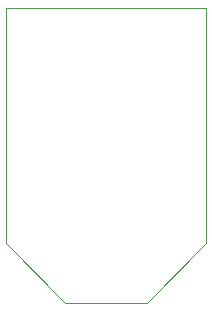
<source format=gbr>
%TF.GenerationSoftware,KiCad,Pcbnew,(6.0.4)*%
%TF.CreationDate,2022-08-13T18:46:34+03:00*%
%TF.ProjectId,Head_001,48656164-5f30-4303-912e-6b696361645f,rev?*%
%TF.SameCoordinates,Original*%
%TF.FileFunction,Profile,NP*%
%FSLAX46Y46*%
G04 Gerber Fmt 4.6, Leading zero omitted, Abs format (unit mm)*
G04 Created by KiCad (PCBNEW (6.0.4)) date 2022-08-13 18:46:34*
%MOMM*%
%LPD*%
G01*
G04 APERTURE LIST*
%TA.AperFunction,Profile*%
%ADD10C,0.100000*%
%TD*%
G04 APERTURE END LIST*
D10*
X105043600Y-84007800D02*
X110043600Y-78907800D01*
X110043600Y-59007800D02*
X93043600Y-59007800D01*
X93043600Y-78907800D02*
X98043600Y-84007800D01*
X110043600Y-78907800D02*
X110043600Y-59007800D01*
X98043600Y-84007800D02*
X105043600Y-84007800D01*
X93043600Y-78907800D02*
X93043600Y-59007800D01*
M02*

</source>
